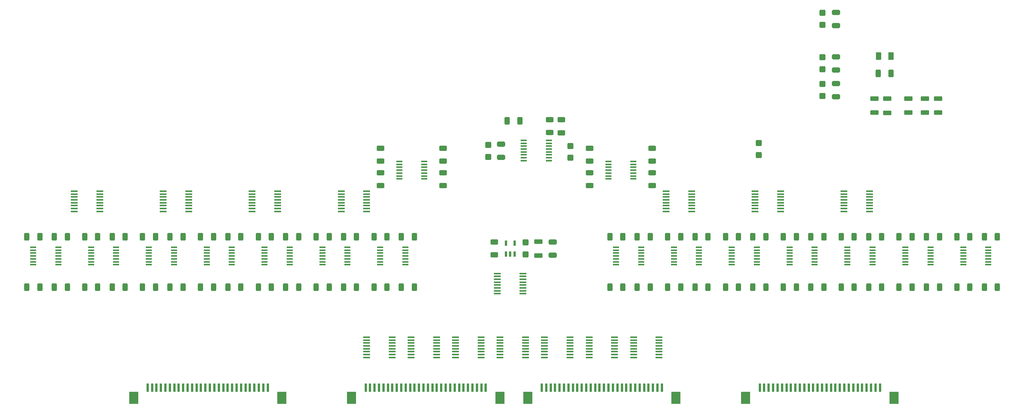
<source format=gbr>
%TF.GenerationSoftware,KiCad,Pcbnew,7.0.2*%
%TF.CreationDate,2023-11-16T12:36:53+05:30*%
%TF.ProjectId,OHM3000_V1.1_ESP,4f484d33-3030-4305-9f56-312e315f4553,rev?*%
%TF.SameCoordinates,Original*%
%TF.FileFunction,Paste,Top*%
%TF.FilePolarity,Positive*%
%FSLAX46Y46*%
G04 Gerber Fmt 4.6, Leading zero omitted, Abs format (unit mm)*
G04 Created by KiCad (PCBNEW 7.0.2) date 2023-11-16 12:36:53*
%MOMM*%
%LPD*%
G01*
G04 APERTURE LIST*
G04 Aperture macros list*
%AMRoundRect*
0 Rectangle with rounded corners*
0 $1 Rounding radius*
0 $2 $3 $4 $5 $6 $7 $8 $9 X,Y pos of 4 corners*
0 Add a 4 corners polygon primitive as box body*
4,1,4,$2,$3,$4,$5,$6,$7,$8,$9,$2,$3,0*
0 Add four circle primitives for the rounded corners*
1,1,$1+$1,$2,$3*
1,1,$1+$1,$4,$5*
1,1,$1+$1,$6,$7*
1,1,$1+$1,$8,$9*
0 Add four rect primitives between the rounded corners*
20,1,$1+$1,$2,$3,$4,$5,0*
20,1,$1+$1,$4,$5,$6,$7,0*
20,1,$1+$1,$6,$7,$8,$9,0*
20,1,$1+$1,$8,$9,$2,$3,0*%
G04 Aperture macros list end*
%ADD10RoundRect,0.249999X-0.425001X0.450001X-0.425001X-0.450001X0.425001X-0.450001X0.425001X0.450001X0*%
%ADD11R,0.600000X1.900000*%
%ADD12R,2.100000X2.800000*%
%ADD13RoundRect,0.249999X-0.700001X0.275001X-0.700001X-0.275001X0.700001X-0.275001X0.700001X0.275001X0*%
%ADD14R,1.570000X0.410000*%
%ADD15R,0.590000X1.210000*%
%ADD16R,1.473200X0.355600*%
%ADD17RoundRect,0.249999X-0.650001X0.325001X-0.650001X-0.325001X0.650001X-0.325001X0.650001X0.325001X0*%
%ADD18RoundRect,0.249998X0.625002X-0.312502X0.625002X0.312502X-0.625002X0.312502X-0.625002X-0.312502X0*%
%ADD19RoundRect,0.249998X-0.312502X-0.625002X0.312502X-0.625002X0.312502X0.625002X-0.312502X0.625002X0*%
%ADD20RoundRect,0.249998X0.312502X0.625002X-0.312502X0.625002X-0.312502X-0.625002X0.312502X-0.625002X0*%
%ADD21R,1.411199X0.364800*%
%ADD22RoundRect,0.249999X0.700001X-0.275001X0.700001X0.275001X-0.700001X0.275001X-0.700001X-0.275001X0*%
%ADD23RoundRect,0.249999X0.650001X-0.325001X0.650001X0.325001X-0.650001X0.325001X-0.650001X-0.325001X0*%
%ADD24RoundRect,0.249999X0.425001X-0.450001X0.425001X0.450001X-0.425001X0.450001X-0.425001X-0.450001X0*%
%ADD25RoundRect,0.250000X-0.375000X-0.625000X0.375000X-0.625000X0.375000X0.625000X-0.375000X0.625000X0*%
%ADD26RoundRect,0.250000X0.700000X-0.275000X0.700000X0.275000X-0.700000X0.275000X-0.700000X-0.275000X0*%
G04 APERTURE END LIST*
D10*
%TO.C,CT5*%
X71475000Y36825000D03*
X71475000Y34125000D03*
%TD*%
%TO.C,CT6*%
X63075000Y58775000D03*
X63075000Y56075000D03*
%TD*%
D11*
%TO.C,J1*%
X124076000Y4225000D03*
X125076000Y4225000D03*
X126076000Y4225000D03*
X127076000Y4225000D03*
X128076000Y4225000D03*
X129076000Y4225000D03*
X130076000Y4225000D03*
X131076000Y4225000D03*
X132076000Y4225000D03*
X133076000Y4225000D03*
X134076000Y4225000D03*
X135076000Y4225000D03*
X136076000Y4225000D03*
X137076000Y4225000D03*
X138076000Y4225000D03*
X139076000Y4225000D03*
X140076000Y4225000D03*
X141076000Y4225000D03*
X142076000Y4225000D03*
X143076000Y4225000D03*
X144076000Y4225000D03*
X145076000Y4225000D03*
X146076000Y4225000D03*
X147076000Y4225000D03*
X148076000Y4225000D03*
X149076000Y4225000D03*
X150076000Y4225000D03*
X151076000Y4225000D03*
D12*
X154226000Y1875000D03*
X120926000Y1875000D03*
%TD*%
D11*
%TO.C,J2*%
X35501000Y4225000D03*
X36501000Y4225000D03*
X37501000Y4225000D03*
X38501000Y4225000D03*
X39501000Y4225000D03*
X40501000Y4225000D03*
X41501000Y4225000D03*
X42501000Y4225000D03*
X43501000Y4225000D03*
X44501000Y4225000D03*
X45501000Y4225000D03*
X46501000Y4225000D03*
X47501000Y4225000D03*
X48501000Y4225000D03*
X49501000Y4225000D03*
X50501000Y4225000D03*
X51501000Y4225000D03*
X52501000Y4225000D03*
X53501000Y4225000D03*
X54501000Y4225000D03*
X55501000Y4225000D03*
X56501000Y4225000D03*
X57501000Y4225000D03*
X58501000Y4225000D03*
X59501000Y4225000D03*
X60501000Y4225000D03*
X61501000Y4225000D03*
X62501000Y4225000D03*
D12*
X65651000Y1875000D03*
X32351000Y1875000D03*
%TD*%
D11*
%TO.C,J3*%
X75074000Y4225000D03*
X76074000Y4225000D03*
X77074000Y4225000D03*
X78074000Y4225000D03*
X79074000Y4225000D03*
X80074000Y4225000D03*
X81074000Y4225000D03*
X82074000Y4225000D03*
X83074000Y4225000D03*
X84074000Y4225000D03*
X85074000Y4225000D03*
X86074000Y4225000D03*
X87074000Y4225000D03*
X88074000Y4225000D03*
X89074000Y4225000D03*
X90074000Y4225000D03*
X91074000Y4225000D03*
X92074000Y4225000D03*
X93074000Y4225000D03*
X94074000Y4225000D03*
X95074000Y4225000D03*
X96074000Y4225000D03*
X97074000Y4225000D03*
X98074000Y4225000D03*
X99074000Y4225000D03*
X100074000Y4225000D03*
X101074000Y4225000D03*
X102074000Y4225000D03*
D12*
X105224000Y1875000D03*
X71924000Y1875000D03*
%TD*%
D11*
%TO.C,J4*%
X-13500000Y4225000D03*
X-12500000Y4225000D03*
X-11500000Y4225000D03*
X-10500000Y4225000D03*
X-9500000Y4225000D03*
X-8500000Y4225000D03*
X-7500000Y4225000D03*
X-6500000Y4225000D03*
X-5500000Y4225000D03*
X-4500000Y4225000D03*
X-3500000Y4225000D03*
X-2500000Y4225000D03*
X-1500000Y4225000D03*
X-500000Y4225000D03*
X500000Y4225000D03*
X1500000Y4225000D03*
X2500000Y4225000D03*
X3500000Y4225000D03*
X4500000Y4225000D03*
X5500000Y4225000D03*
X6500000Y4225000D03*
X7500000Y4225000D03*
X8500000Y4225000D03*
X9500000Y4225000D03*
X10500000Y4225000D03*
X11500000Y4225000D03*
X12500000Y4225000D03*
X13500000Y4225000D03*
D12*
X16650000Y1875000D03*
X-16650000Y1875000D03*
%TD*%
D13*
%TO.C,L6*%
X74300000Y37025000D03*
X74300000Y33875000D03*
%TD*%
D14*
%TO.C,U15*%
X41447600Y10979000D03*
X41447600Y11629000D03*
X41447600Y12279000D03*
X41447600Y12929000D03*
X41447600Y13579000D03*
X41447600Y14229000D03*
X41447600Y14879000D03*
X41447600Y15529000D03*
X35707600Y15529000D03*
X35707600Y14879000D03*
X35707600Y14229000D03*
X35707600Y13579000D03*
X35707600Y12929000D03*
X35707600Y12279000D03*
X35707600Y11629000D03*
X35707600Y10979000D03*
%TD*%
%TO.C,U16*%
X51447600Y10979000D03*
X51447600Y11629000D03*
X51447600Y12279000D03*
X51447600Y12929000D03*
X51447600Y13579000D03*
X51447600Y14229000D03*
X51447600Y14879000D03*
X51447600Y15529000D03*
X45707600Y15529000D03*
X45707600Y14879000D03*
X45707600Y14229000D03*
X45707600Y13579000D03*
X45707600Y12929000D03*
X45707600Y12279000D03*
X45707600Y11629000D03*
X45707600Y10979000D03*
%TD*%
%TO.C,U17*%
X61447600Y10979000D03*
X61447600Y11629000D03*
X61447600Y12279000D03*
X61447600Y12929000D03*
X61447600Y13579000D03*
X61447600Y14229000D03*
X61447600Y14879000D03*
X61447600Y15529000D03*
X55707600Y15529000D03*
X55707600Y14879000D03*
X55707600Y14229000D03*
X55707600Y13579000D03*
X55707600Y12929000D03*
X55707600Y12279000D03*
X55707600Y11629000D03*
X55707600Y10979000D03*
%TD*%
%TO.C,U18*%
X71447600Y10979000D03*
X71447600Y11629000D03*
X71447600Y12279000D03*
X71447600Y12929000D03*
X71447600Y13579000D03*
X71447600Y14229000D03*
X71447600Y14879000D03*
X71447600Y15529000D03*
X65707600Y15529000D03*
X65707600Y14879000D03*
X65707600Y14229000D03*
X65707600Y13579000D03*
X65707600Y12929000D03*
X65707600Y12279000D03*
X65707600Y11629000D03*
X65707600Y10979000D03*
%TD*%
%TO.C,U19*%
X81447600Y10979000D03*
X81447600Y11629000D03*
X81447600Y12279000D03*
X81447600Y12929000D03*
X81447600Y13579000D03*
X81447600Y14229000D03*
X81447600Y14879000D03*
X81447600Y15529000D03*
X75707600Y15529000D03*
X75707600Y14879000D03*
X75707600Y14229000D03*
X75707600Y13579000D03*
X75707600Y12929000D03*
X75707600Y12279000D03*
X75707600Y11629000D03*
X75707600Y10979000D03*
%TD*%
%TO.C,U20*%
X91447600Y10979000D03*
X91447600Y11629000D03*
X91447600Y12279000D03*
X91447600Y12929000D03*
X91447600Y13579000D03*
X91447600Y14229000D03*
X91447600Y14879000D03*
X91447600Y15529000D03*
X85707600Y15529000D03*
X85707600Y14879000D03*
X85707600Y14229000D03*
X85707600Y13579000D03*
X85707600Y12929000D03*
X85707600Y12279000D03*
X85707600Y11629000D03*
X85707600Y10979000D03*
%TD*%
%TO.C,U21*%
X101447600Y10979000D03*
X101447600Y11629000D03*
X101447600Y12279000D03*
X101447600Y12929000D03*
X101447600Y13579000D03*
X101447600Y14229000D03*
X101447600Y14879000D03*
X101447600Y15529000D03*
X95707600Y15529000D03*
X95707600Y14879000D03*
X95707600Y14229000D03*
X95707600Y13579000D03*
X95707600Y12929000D03*
X95707600Y12279000D03*
X95707600Y11629000D03*
X95707600Y10979000D03*
%TD*%
%TO.C,U22*%
X70870000Y25309400D03*
X70870000Y25959400D03*
X70870000Y26609400D03*
X70870000Y27259400D03*
X70870000Y27909400D03*
X70870000Y28559400D03*
X70870000Y29209400D03*
X70870000Y29859400D03*
X65130000Y29859400D03*
X65130000Y29209400D03*
X65130000Y28559400D03*
X65130000Y27909400D03*
X65130000Y27259400D03*
X65130000Y26609400D03*
X65130000Y25959400D03*
X65130000Y25309400D03*
%TD*%
D15*
%TO.C,U25*%
X67050000Y34203400D03*
X68000000Y34203400D03*
X68950000Y34203400D03*
X68950000Y36713400D03*
X67050000Y36713400D03*
%TD*%
D16*
%TO.C,U1*%
X44421200Y31838900D03*
X44421200Y32499300D03*
X44421200Y33134300D03*
X44421200Y33794700D03*
X44421200Y34455100D03*
X44421200Y35090100D03*
X44421200Y35750500D03*
X38782400Y35750500D03*
X38782400Y35090100D03*
X38782400Y34455100D03*
X38782400Y33794700D03*
X38782400Y33134300D03*
X38782400Y32499300D03*
X38782400Y31838900D03*
%TD*%
%TO.C,U2*%
X31421200Y31838900D03*
X31421200Y32499300D03*
X31421200Y33134300D03*
X31421200Y33794700D03*
X31421200Y34455100D03*
X31421200Y35090100D03*
X31421200Y35750500D03*
X25782400Y35750500D03*
X25782400Y35090100D03*
X25782400Y34455100D03*
X25782400Y33794700D03*
X25782400Y33134300D03*
X25782400Y32499300D03*
X25782400Y31838900D03*
%TD*%
%TO.C,U3*%
X18421200Y31838900D03*
X18421200Y32499300D03*
X18421200Y33134300D03*
X18421200Y33794700D03*
X18421200Y34455100D03*
X18421200Y35090100D03*
X18421200Y35750500D03*
X12782400Y35750500D03*
X12782400Y35090100D03*
X12782400Y34455100D03*
X12782400Y33794700D03*
X12782400Y33134300D03*
X12782400Y32499300D03*
X12782400Y31838900D03*
%TD*%
%TO.C,U4*%
X5421200Y31838900D03*
X5421200Y32499300D03*
X5421200Y33134300D03*
X5421200Y33794700D03*
X5421200Y34455100D03*
X5421200Y35090100D03*
X5421200Y35750500D03*
X-217600Y35750500D03*
X-217600Y35090100D03*
X-217600Y34455100D03*
X-217600Y33794700D03*
X-217600Y33134300D03*
X-217600Y32499300D03*
X-217600Y31838900D03*
%TD*%
%TO.C,U5*%
X-7578800Y31838900D03*
X-7578800Y32499300D03*
X-7578800Y33134300D03*
X-7578800Y33794700D03*
X-7578800Y34455100D03*
X-7578800Y35090100D03*
X-7578800Y35750500D03*
X-13217600Y35750500D03*
X-13217600Y35090100D03*
X-13217600Y34455100D03*
X-13217600Y33794700D03*
X-13217600Y33134300D03*
X-13217600Y32499300D03*
X-13217600Y31838900D03*
%TD*%
%TO.C,U6*%
X-20578800Y31838900D03*
X-20578800Y32499300D03*
X-20578800Y33134300D03*
X-20578800Y33794700D03*
X-20578800Y34455100D03*
X-20578800Y35090100D03*
X-20578800Y35750500D03*
X-26217600Y35750500D03*
X-26217600Y35090100D03*
X-26217600Y34455100D03*
X-26217600Y33794700D03*
X-26217600Y33134300D03*
X-26217600Y32499300D03*
X-26217600Y31838900D03*
%TD*%
%TO.C,U8*%
X91782400Y35750500D03*
X91782400Y35090100D03*
X91782400Y34455100D03*
X91782400Y33794700D03*
X91782400Y33134300D03*
X91782400Y32499300D03*
X91782400Y31838900D03*
X97421200Y31838900D03*
X97421200Y32499300D03*
X97421200Y33134300D03*
X97421200Y33794700D03*
X97421200Y34455100D03*
X97421200Y35090100D03*
X97421200Y35750500D03*
%TD*%
%TO.C,U9*%
X104782400Y35750500D03*
X104782400Y35090100D03*
X104782400Y34455100D03*
X104782400Y33794700D03*
X104782400Y33134300D03*
X104782400Y32499300D03*
X104782400Y31838900D03*
X110421200Y31838900D03*
X110421200Y32499300D03*
X110421200Y33134300D03*
X110421200Y33794700D03*
X110421200Y34455100D03*
X110421200Y35090100D03*
X110421200Y35750500D03*
%TD*%
%TO.C,U10*%
X117782400Y35750500D03*
X117782400Y35090100D03*
X117782400Y34455100D03*
X117782400Y33794700D03*
X117782400Y33134300D03*
X117782400Y32499300D03*
X117782400Y31838900D03*
X123421200Y31838900D03*
X123421200Y32499300D03*
X123421200Y33134300D03*
X123421200Y33794700D03*
X123421200Y34455100D03*
X123421200Y35090100D03*
X123421200Y35750500D03*
%TD*%
%TO.C,U11*%
X130782400Y35750500D03*
X130782400Y35090100D03*
X130782400Y34455100D03*
X130782400Y33794700D03*
X130782400Y33134300D03*
X130782400Y32499300D03*
X130782400Y31838900D03*
X136421200Y31838900D03*
X136421200Y32499300D03*
X136421200Y33134300D03*
X136421200Y33794700D03*
X136421200Y34455100D03*
X136421200Y35090100D03*
X136421200Y35750500D03*
%TD*%
%TO.C,U12*%
X143782400Y35750500D03*
X143782400Y35090100D03*
X143782400Y34455100D03*
X143782400Y33794700D03*
X143782400Y33134300D03*
X143782400Y32499300D03*
X143782400Y31838900D03*
X149421200Y31838900D03*
X149421200Y32499300D03*
X149421200Y33134300D03*
X149421200Y33794700D03*
X149421200Y34455100D03*
X149421200Y35090100D03*
X149421200Y35750500D03*
%TD*%
%TO.C,U13*%
X156782400Y35750500D03*
X156782400Y35090100D03*
X156782400Y34455100D03*
X156782400Y33794700D03*
X156782400Y33134300D03*
X156782400Y32499300D03*
X156782400Y31838900D03*
X162421200Y31838900D03*
X162421200Y32499300D03*
X162421200Y33134300D03*
X162421200Y33794700D03*
X162421200Y34455100D03*
X162421200Y35090100D03*
X162421200Y35750500D03*
%TD*%
D14*
%TO.C,U29*%
X30005000Y48375000D03*
X30005000Y47725000D03*
X30005000Y47075000D03*
X30005000Y46425000D03*
X30005000Y45775000D03*
X30005000Y45125000D03*
X30005000Y44475000D03*
X30005000Y43825000D03*
X35745000Y43825000D03*
X35745000Y44475000D03*
X35745000Y45125000D03*
X35745000Y45775000D03*
X35745000Y46425000D03*
X35745000Y47075000D03*
X35745000Y47725000D03*
X35745000Y48375000D03*
%TD*%
%TO.C,U30*%
X10005000Y48375000D03*
X10005000Y47725000D03*
X10005000Y47075000D03*
X10005000Y46425000D03*
X10005000Y45775000D03*
X10005000Y45125000D03*
X10005000Y44475000D03*
X10005000Y43825000D03*
X15745000Y43825000D03*
X15745000Y44475000D03*
X15745000Y45125000D03*
X15745000Y45775000D03*
X15745000Y46425000D03*
X15745000Y47075000D03*
X15745000Y47725000D03*
X15745000Y48375000D03*
%TD*%
%TO.C,U31*%
X-9995000Y48375000D03*
X-9995000Y47725000D03*
X-9995000Y47075000D03*
X-9995000Y46425000D03*
X-9995000Y45775000D03*
X-9995000Y45125000D03*
X-9995000Y44475000D03*
X-9995000Y43825000D03*
X-4255000Y43825000D03*
X-4255000Y44475000D03*
X-4255000Y45125000D03*
X-4255000Y45775000D03*
X-4255000Y46425000D03*
X-4255000Y47075000D03*
X-4255000Y47725000D03*
X-4255000Y48375000D03*
%TD*%
%TO.C,U32*%
X-29995000Y48375000D03*
X-29995000Y47725000D03*
X-29995000Y47075000D03*
X-29995000Y46425000D03*
X-29995000Y45775000D03*
X-29995000Y45125000D03*
X-29995000Y44475000D03*
X-29995000Y43825000D03*
X-24255000Y43825000D03*
X-24255000Y44475000D03*
X-24255000Y45125000D03*
X-24255000Y45775000D03*
X-24255000Y46425000D03*
X-24255000Y47075000D03*
X-24255000Y47725000D03*
X-24255000Y48375000D03*
%TD*%
%TO.C,U33*%
X103005000Y48375000D03*
X103005000Y47725000D03*
X103005000Y47075000D03*
X103005000Y46425000D03*
X103005000Y45775000D03*
X103005000Y45125000D03*
X103005000Y44475000D03*
X103005000Y43825000D03*
X108745000Y43825000D03*
X108745000Y44475000D03*
X108745000Y45125000D03*
X108745000Y45775000D03*
X108745000Y46425000D03*
X108745000Y47075000D03*
X108745000Y47725000D03*
X108745000Y48375000D03*
%TD*%
%TO.C,U35*%
X143005000Y48375000D03*
X143005000Y47725000D03*
X143005000Y47075000D03*
X143005000Y46425000D03*
X143005000Y45775000D03*
X143005000Y45125000D03*
X143005000Y44475000D03*
X143005000Y43825000D03*
X148745000Y43825000D03*
X148745000Y44475000D03*
X148745000Y45125000D03*
X148745000Y45775000D03*
X148745000Y46425000D03*
X148745000Y47075000D03*
X148745000Y47725000D03*
X148745000Y48375000D03*
%TD*%
D17*
%TO.C,DC51*%
X77575000Y36950000D03*
X77575000Y34000000D03*
%TD*%
%TO.C,DC45*%
X65950000Y58925000D03*
X65950000Y55975000D03*
%TD*%
D18*
%TO.C,R57*%
X64450000Y34037500D03*
X64450000Y36962500D03*
%TD*%
D19*
%TO.C,R2*%
X43531340Y38125400D03*
X46456340Y38125400D03*
%TD*%
D20*
%TO.C,R3*%
X40299380Y38125400D03*
X37374380Y38125400D03*
%TD*%
D19*
%TO.C,R6*%
X30531340Y38125400D03*
X33456340Y38125400D03*
%TD*%
D20*
%TO.C,R8*%
X27299380Y26781760D03*
X24374380Y26781760D03*
%TD*%
D19*
%TO.C,R10*%
X17531340Y38125400D03*
X20456340Y38125400D03*
%TD*%
D20*
%TO.C,R11*%
X14299380Y38125400D03*
X11374380Y38125400D03*
%TD*%
%TO.C,R12*%
X14299380Y26781760D03*
X11374380Y26781760D03*
%TD*%
D19*
%TO.C,R13*%
X4531340Y26781760D03*
X7456340Y26781760D03*
%TD*%
D20*
%TO.C,R15*%
X1299380Y38125400D03*
X-1625620Y38125400D03*
%TD*%
%TO.C,R16*%
X1299380Y26781760D03*
X-1625620Y26781760D03*
%TD*%
D19*
%TO.C,R17*%
X-8468660Y26781760D03*
X-5543660Y26781760D03*
%TD*%
%TO.C,R18*%
X-8468660Y38125400D03*
X-5543660Y38125400D03*
%TD*%
D20*
%TO.C,R19*%
X-11700620Y38125400D03*
X-14625620Y38125400D03*
%TD*%
%TO.C,R20*%
X-11700620Y26781760D03*
X-14625620Y26781760D03*
%TD*%
D19*
%TO.C,R21*%
X-21468660Y26781760D03*
X-18543660Y26781760D03*
%TD*%
%TO.C,R22*%
X-21468660Y38125400D03*
X-18543660Y38125400D03*
%TD*%
D20*
%TO.C,R23*%
X-24700620Y38125400D03*
X-27625620Y38125400D03*
%TD*%
%TO.C,R24*%
X-24700620Y26781760D03*
X-27625620Y26781760D03*
%TD*%
D19*
%TO.C,R25*%
X-34468660Y26781760D03*
X-31543660Y26781760D03*
%TD*%
%TO.C,R26*%
X-34468660Y38125400D03*
X-31543660Y38125400D03*
%TD*%
D20*
%TO.C,R27*%
X-37700620Y38125400D03*
X-40625620Y38125400D03*
%TD*%
%TO.C,R28*%
X-37700620Y26781760D03*
X-40625620Y26781760D03*
%TD*%
%TO.C,R29*%
X93299380Y38125400D03*
X90374380Y38125400D03*
%TD*%
%TO.C,R30*%
X93299380Y26781760D03*
X90374380Y26781760D03*
%TD*%
D19*
%TO.C,R31*%
X96531340Y26781760D03*
X99456340Y26781760D03*
%TD*%
%TO.C,R32*%
X96531340Y38125400D03*
X99456340Y38125400D03*
%TD*%
D20*
%TO.C,R33*%
X106299380Y38125400D03*
X103374380Y38125400D03*
%TD*%
%TO.C,R34*%
X106299380Y26781760D03*
X103374380Y26781760D03*
%TD*%
D19*
%TO.C,R35*%
X109531340Y26781760D03*
X112456340Y26781760D03*
%TD*%
%TO.C,R36*%
X109531340Y38125400D03*
X112456340Y38125400D03*
%TD*%
D20*
%TO.C,R37*%
X119299380Y38125400D03*
X116374380Y38125400D03*
%TD*%
%TO.C,R38*%
X119299380Y26781760D03*
X116374380Y26781760D03*
%TD*%
D19*
%TO.C,R39*%
X122531340Y26781760D03*
X125456340Y26781760D03*
%TD*%
%TO.C,R40*%
X122531340Y38125400D03*
X125456340Y38125400D03*
%TD*%
D20*
%TO.C,R41*%
X132299380Y38125400D03*
X129374380Y38125400D03*
%TD*%
%TO.C,R42*%
X132299380Y26781760D03*
X129374380Y26781760D03*
%TD*%
D19*
%TO.C,R43*%
X135531340Y26781760D03*
X138456340Y26781760D03*
%TD*%
%TO.C,R44*%
X135531340Y38125400D03*
X138456340Y38125400D03*
%TD*%
D20*
%TO.C,R45*%
X145299380Y38125400D03*
X142374380Y38125400D03*
%TD*%
%TO.C,R46*%
X145299380Y26781760D03*
X142374380Y26781760D03*
%TD*%
D19*
%TO.C,R47*%
X148531340Y26781760D03*
X151456340Y26781760D03*
%TD*%
%TO.C,R48*%
X148531340Y38125400D03*
X151456340Y38125400D03*
%TD*%
D20*
%TO.C,R49*%
X158299380Y38125400D03*
X155374380Y38125400D03*
%TD*%
%TO.C,R50*%
X158299380Y26781760D03*
X155374380Y26781760D03*
%TD*%
D19*
%TO.C,R51*%
X161531340Y26781760D03*
X164456340Y26781760D03*
%TD*%
%TO.C,R52*%
X161531340Y38125400D03*
X164456340Y38125400D03*
%TD*%
D20*
%TO.C,R53*%
X171299380Y38125400D03*
X168374380Y38125400D03*
%TD*%
%TO.C,R54*%
X171299380Y26781760D03*
X168374380Y26781760D03*
%TD*%
D19*
%TO.C,R55*%
X174531340Y26781760D03*
X177456340Y26781760D03*
%TD*%
%TO.C,R56*%
X174531340Y38125400D03*
X177456340Y38125400D03*
%TD*%
D18*
%TO.C,R58*%
X76850000Y61562500D03*
X76850000Y64487500D03*
%TD*%
%TO.C,R60*%
X79500000Y61537500D03*
X79500000Y64462500D03*
%TD*%
D16*
%TO.C,U14*%
X169782400Y35750500D03*
X169782400Y35090100D03*
X169782400Y34455100D03*
X169782400Y33794700D03*
X169782400Y33134300D03*
X169782400Y32499300D03*
X169782400Y31838900D03*
X175421200Y31838900D03*
X175421200Y32499300D03*
X175421200Y33134300D03*
X175421200Y33794700D03*
X175421200Y34455100D03*
X175421200Y35090100D03*
X175421200Y35750500D03*
%TD*%
D19*
%TO.C,R14*%
X4531340Y38125400D03*
X7456340Y38125400D03*
%TD*%
D20*
%TO.C,R4*%
X40299380Y26781760D03*
X37374380Y26781760D03*
%TD*%
D19*
%TO.C,R5*%
X30531340Y26781760D03*
X33456340Y26781760D03*
%TD*%
D20*
%TO.C,R7*%
X27299380Y38125400D03*
X24374380Y38125400D03*
%TD*%
D19*
%TO.C,R1*%
X43531340Y26781760D03*
X46456340Y26781760D03*
%TD*%
%TO.C,R9*%
X17531340Y26781760D03*
X20456340Y26781760D03*
%TD*%
D16*
%TO.C,U7*%
X-33578800Y31838900D03*
X-33578800Y32499300D03*
X-33578800Y33134300D03*
X-33578800Y33794700D03*
X-33578800Y34455100D03*
X-33578800Y35090100D03*
X-33578800Y35750500D03*
X-39217600Y35750500D03*
X-39217600Y35090100D03*
X-39217600Y34455100D03*
X-39217600Y33794700D03*
X-39217600Y33134300D03*
X-39217600Y32499300D03*
X-39217600Y31838900D03*
%TD*%
D14*
%TO.C,U34*%
X123005000Y48375000D03*
X123005000Y47725000D03*
X123005000Y47075000D03*
X123005000Y46425000D03*
X123005000Y45775000D03*
X123005000Y45125000D03*
X123005000Y44475000D03*
X123005000Y43825000D03*
X128745000Y43825000D03*
X128745000Y44475000D03*
X128745000Y45125000D03*
X128745000Y45775000D03*
X128745000Y46425000D03*
X128745000Y47075000D03*
X128745000Y47725000D03*
X128745000Y48375000D03*
%TD*%
D20*
%TO.C,R59*%
X70212500Y64225000D03*
X67287500Y64225000D03*
%TD*%
D18*
%TO.C,R61*%
X38875000Y55137500D03*
X38875000Y58062500D03*
%TD*%
%TO.C,R62*%
X85875000Y55137500D03*
X85875000Y58062500D03*
%TD*%
%TO.C,R63*%
X38875000Y49637500D03*
X38875000Y52562500D03*
%TD*%
%TO.C,R64*%
X85875000Y49637500D03*
X85875000Y52562500D03*
%TD*%
%TO.C,R67*%
X52875000Y49637500D03*
X52875000Y52562500D03*
%TD*%
%TO.C,R68*%
X99875000Y49637500D03*
X99875000Y52562500D03*
%TD*%
%TO.C,R71*%
X52875000Y55137500D03*
X52875000Y58062500D03*
%TD*%
%TO.C,R72*%
X99875000Y55137500D03*
X99875000Y58062500D03*
%TD*%
D10*
%TO.C,CT7*%
X81500000Y58575000D03*
X81500000Y55875000D03*
%TD*%
D21*
%TO.C,U28*%
X71030200Y59799999D03*
X71030200Y59150001D03*
X71030200Y58499999D03*
X71030200Y57850001D03*
X71030200Y57200002D03*
X71030200Y56550001D03*
X71030200Y55900002D03*
X71030200Y55250001D03*
X76719800Y55250001D03*
X76719800Y55899999D03*
X76719800Y56550001D03*
X76719800Y57199999D03*
X76719800Y57849998D03*
X76719800Y58499999D03*
X76719800Y59149998D03*
X76719800Y59799999D03*
%TD*%
D16*
%TO.C,U27*%
X90055600Y55055800D03*
X90055600Y54395400D03*
X90055600Y53760400D03*
X90055600Y53100000D03*
X90055600Y52439600D03*
X90055600Y51804600D03*
X90055600Y51144200D03*
X95694400Y51144200D03*
X95694400Y51804600D03*
X95694400Y52439600D03*
X95694400Y53100000D03*
X95694400Y53760400D03*
X95694400Y54395400D03*
X95694400Y55055800D03*
%TD*%
%TO.C,U26*%
X43055600Y55055800D03*
X43055600Y54395400D03*
X43055600Y53760400D03*
X43055600Y53100000D03*
X43055600Y52439600D03*
X43055600Y51804600D03*
X43055600Y51144200D03*
X48694400Y51144200D03*
X48694400Y51804600D03*
X48694400Y52439600D03*
X48694400Y53100000D03*
X48694400Y53760400D03*
X48694400Y54395400D03*
X48694400Y55055800D03*
%TD*%
D22*
%TO.C,L1*%
X164160000Y66065000D03*
X164160000Y69215000D03*
%TD*%
D13*
%TO.C,L2*%
X161160000Y69215000D03*
X161160000Y66065000D03*
%TD*%
%TO.C,L4*%
X149860000Y69190000D03*
X149860000Y66040000D03*
%TD*%
%TO.C,L5*%
X152760000Y69165000D03*
X152760000Y66015000D03*
%TD*%
D23*
%TO.C,DC49*%
X141185000Y75665000D03*
X141185000Y78615000D03*
%TD*%
D24*
%TO.C,CT2*%
X138185000Y69790000D03*
X138185000Y72490000D03*
%TD*%
%TO.C,CT4*%
X123875000Y56500000D03*
X123875000Y59200000D03*
%TD*%
D10*
%TO.C,CT1*%
X138185000Y88490000D03*
X138185000Y85790000D03*
%TD*%
D24*
%TO.C,CT3*%
X138185000Y75790000D03*
X138185000Y78490000D03*
%TD*%
D23*
%TO.C,DC48*%
X141185000Y69665000D03*
X141185000Y72615000D03*
%TD*%
D17*
%TO.C,DC47*%
X141185000Y88615000D03*
X141185000Y85665000D03*
%TD*%
D20*
%TO.C,R85*%
X153597500Y74840000D03*
X150672500Y74840000D03*
%TD*%
D25*
%TO.C,D1*%
X150785000Y78815000D03*
X153585000Y78815000D03*
%TD*%
D26*
%TO.C,L3*%
X157480000Y66040000D03*
X157480000Y69190000D03*
%TD*%
M02*

</source>
